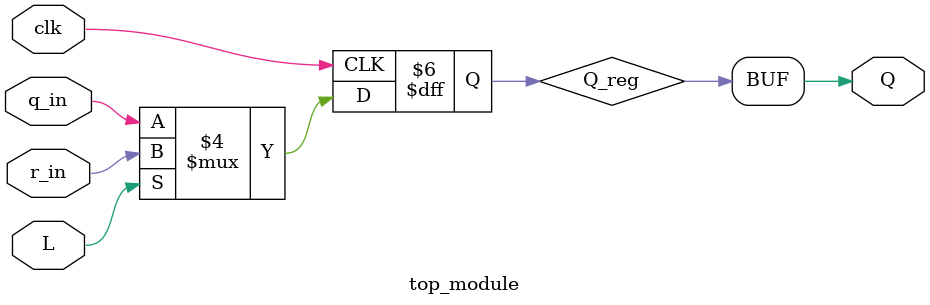
<source format=sv>
module top_module(
	input clk,
	input L,
	input q_in,
	input r_in,
	output reg Q);

	// Registers declaration
	reg Q_reg;

	// Always block triggered on the rising edge of the clock signal
	always @(posedge clk)
	begin
		// Evaluate the select signal
		if (L == 1'b1)
			Q_reg <= r_in; // Set output register to r_in value
		else
			Q_reg <= q_in; // Set output register to q_in value
	end

	// Assign the value of Q_reg to the output Q
	assign Q = Q_reg;

endmodule

</source>
